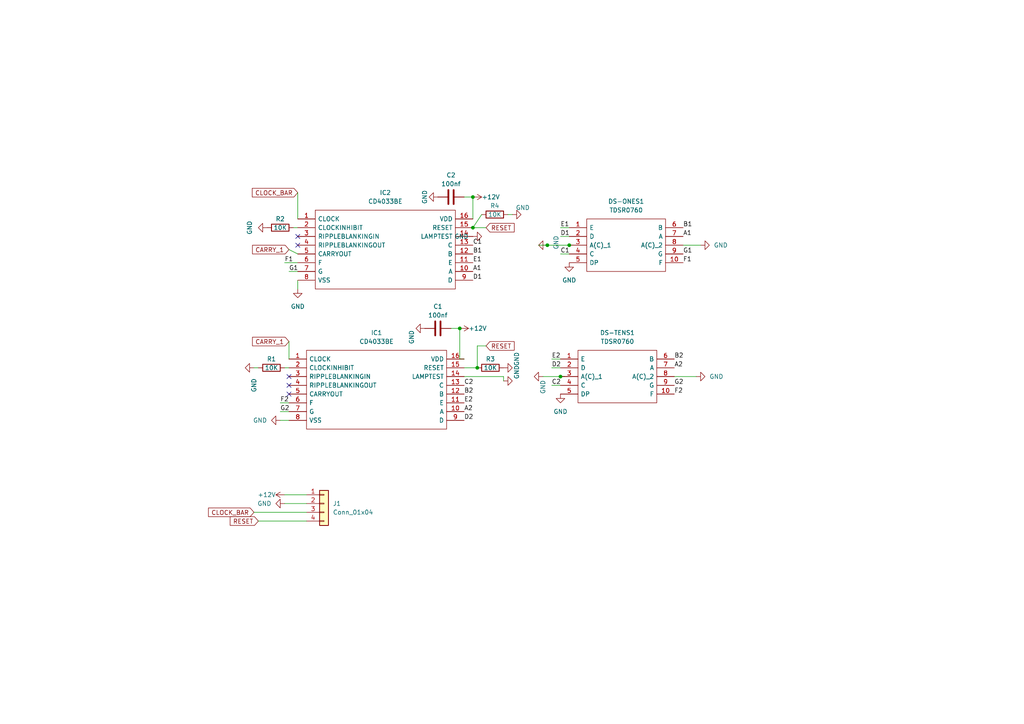
<source format=kicad_sch>
(kicad_sch (version 20211123) (generator eeschema)
  (paper "A4")
  (lib_symbols
    (symbol "4ms_Connector:Conn_01x04" (pin_names (offset 1.016) hide)
      (property "Reference" "J" (at 0 5.08 0))
      (property "Value" "Conn_01x04" (at 0 -7.62 0))
      (symbol "Conn_01x04_1_1"
        (rectangle (start -1.27 -4.953) (end 0 -5.207) (stroke (width 0.1524)))
        (rectangle (start -1.27 -2.413) (end 0 -2.667) (stroke (width 0.1524)))
        (rectangle (start -1.27 0.127) (end 0 -0.127) (stroke (width 0.1524)))
        (rectangle (start -1.27 2.667) (end 0 2.413) (stroke (width 0.1524)))
        (rectangle (start -1.27 3.81) (end 1.27 -6.35) (stroke (width 0.254)) (fill (type background)))
        (pin passive line (at -5.08 2.54 0) (length 3.81) (name "Pin_1") (number "1"))
        (pin passive line (at -5.08 0 0) (length 3.81) (name "Pin_2") (number "2"))
        (pin passive line (at -5.08 -2.54 0) (length 3.81) (name "Pin_3") (number "3"))
        (pin passive line (at -5.08 -5.08 0) (length 3.81) (name "Pin_4") (number "4"))
      )
    )
    (symbol "Device:C" (pin_numbers hide) (pin_names (offset 0.254))
      (property "Reference" "C" (at 0.635 2.54 0))
      (property "Value" "C" (at 0.635 -2.54 0))
      (symbol "C_0_1"
        (polyline (pts (xy -2.032 -0.762) (xy 2.032 -0.762)) (stroke (width 0.508)))
        (polyline (pts (xy -2.032 0.762) (xy 2.032 0.762)) (stroke (width 0.508)))
      )
      (symbol "C_1_1"
        (pin passive line (at 0 3.81 270) (length 2.794) (name "~") (number "1"))
        (pin passive line (at 0 -3.81 90) (length 2.794) (name "~") (number "2"))
      )
    )
    (symbol "Device:R" (pin_numbers hide) (pin_names (offset 0))
      (property "Reference" "R" (at 2.032 0 90))
      (property "Value" "R" (at 0 0 90))
      (symbol "R_0_1"
        (rectangle (start -1.016 -2.54) (end 1.016 2.54) (stroke (width 0.254)))
      )
      (symbol "R_1_1"
        (pin passive line (at 0 3.81 270) (length 1.27) (name "~") (number "1"))
        (pin passive line (at 0 -3.81 90) (length 1.27) (name "~") (number "2"))
      )
    )
    (symbol "SamacSys_Parts:CD4033BE" (pin_names (offset 0.762))
      (property "Reference" "IC" (at 46.99 7.62 0))
      (property "Value" "CD4033BE" (at 46.99 5.08 0))
      (symbol "CD4033BE_0_0"
        (pin input line (at 0 0 0) (length 5.08) (name "CLOCK") (number "1"))
        (pin passive line (at 50.8 -15.24 180) (length 5.08) (name "A") (number "10"))
        (pin passive line (at 50.8 -12.7 180) (length 5.08) (name "E") (number "11"))
        (pin passive line (at 50.8 -10.16 180) (length 5.08) (name "B") (number "12"))
        (pin passive line (at 50.8 -7.62 180) (length 5.08) (name "C") (number "13"))
        (pin passive line (at 50.8 -5.08 180) (length 5.08) (name "LAMPTEST") (number "14"))
        (pin passive line (at 50.8 -2.54 180) (length 5.08) (name "RESET") (number "15"))
        (pin output line (at 50.8 0 180) (length 5.08) (name "VDD") (number "16"))
        (pin input line (at 0 -2.54 0) (length 5.08) (name "CLOCKINHIBIT") (number "2"))
        (pin input line (at 0 -5.08 0) (length 5.08) (name "RIPPLEBLANKINGIN") (number "3"))
        (pin output line (at 0 -7.62 0) (length 5.08) (name "RIPPLEBLANKINGOUT") (number "4"))
        (pin output line (at 0 -10.16 0) (length 5.08) (name "CARRYOUT") (number "5"))
        (pin passive line (at 0 -12.7 0) (length 5.08) (name "F") (number "6"))
        (pin passive line (at 0 -15.24 0) (length 5.08) (name "G") (number "7"))
        (pin power_in line (at 0 -17.78 0) (length 5.08) (name "VSS") (number "8"))
        (pin passive line (at 50.8 -17.78 180) (length 5.08) (name "D") (number "9"))
      )
      (symbol "CD4033BE_0_1"
        (polyline (pts (xy 5.08 2.54) (xy 45.72 2.54) (xy 45.72 -20.32) (xy 5.08 -20.32) (xy 5.08 2.54)) (stroke (width 0.1524)))
      )
    )
    (symbol "SamacSys_Parts:TDSR0760" (pin_names (offset 0.762))
      (property "Reference" "DS" (at 29.21 7.62 0))
      (property "Value" "TDSR0760" (at 29.21 5.08 0))
      (symbol "TDSR0760_0_0"
        (pin passive line (at 0 0 0) (length 5.08) (name "E") (number "1"))
        (pin passive line (at 33.02 -10.16 180) (length 5.08) (name "F") (number "10"))
        (pin passive line (at 0 -2.54 0) (length 5.08) (name "D") (number "2"))
        (pin passive line (at 0 -5.08 0) (length 5.08) (name "A(C)_1") (number "3"))
        (pin passive line (at 0 -7.62 0) (length 5.08) (name "C") (number "4"))
        (pin passive line (at 0 -10.16 0) (length 5.08) (name "DP") (number "5"))
        (pin passive line (at 33.02 0 180) (length 5.08) (name "B") (number "6"))
        (pin passive line (at 33.02 -2.54 180) (length 5.08) (name "A") (number "7"))
        (pin passive line (at 33.02 -5.08 180) (length 5.08) (name "A(C)_2") (number "8"))
        (pin passive line (at 33.02 -7.62 180) (length 5.08) (name "G") (number "9"))
      )
      (symbol "TDSR0760_0_1"
        (polyline (pts (xy 5.08 2.54) (xy 27.94 2.54) (xy 27.94 -12.7) (xy 5.08 -12.7) (xy 5.08 2.54)) (stroke (width 0.1524)))
      )
    )
    (symbol "power:+12V" (power) (pin_names (offset 0))
      (property "Value" "+12V" (at 0 3.556 0))
      (symbol "+12V_0_1"
        (polyline (pts (xy -0.762 1.27) (xy 0 2.54)))
        (polyline (pts (xy 0 0) (xy 0 2.54)))
        (polyline (pts (xy 0 2.54) (xy 0.762 1.27)))
      )
      (symbol "+12V_1_1"
        (pin power_in line (at 0 0 90) (length 0) hide (name "+12V") (number "1"))
      )
    )
    (symbol "power:GND" (power) (pin_names (offset 0))
      (property "Value" "GND" (at 0 -3.81 0))
      (symbol "GND_0_1"
        (polyline (pts (xy 0 0) (xy 0 -1.27) (xy 1.27 -1.27) (xy 0 -2.54) (xy -1.27 -1.27) (xy 0 -1.27)))
      )
      (symbol "GND_1_1"
        (pin power_in line (at 0 0 270) (length 0) hide (name "GND") (number "1"))
      )
    )
  )
  (junction (at 162.56 109.22))
  (junction (at 137.16 66.04))
  (junction (at 133.35 95.25))
  (junction (at 158.75 71.12))
  (junction (at 138.43 106.68))
  (junction (at 165.1 71.12))
  (junction (at 137.16 57.15))
  (no_connect (at 86.36 68.58))
  (no_connect (at 86.36 71.12))
  (no_connect (at 83.82 109.22))
  (no_connect (at 83.82 111.76))
  (no_connect (at 83.82 114.3))
  (wire (pts (xy 158.75 71.12) (xy 165.1 71.12)))
  (wire (pts (xy 86.36 55.88) (xy 86.36 63.5)))
  (wire (pts (xy 81.28 116.84) (xy 83.82 116.84)))
  (wire (pts (xy 82.55 106.68) (xy 83.82 106.68)))
  (wire (pts (xy 157.48 109.22) (xy 162.56 109.22)))
  (wire (pts (xy 85.09 66.04) (xy 86.36 66.04)))
  (wire (pts (xy 138.43 100.33) (xy 138.43 106.68)))
  (wire (pts (xy 160.02 111.76) (xy 162.56 111.76)))
  (wire (pts (xy 137.16 57.15) (xy 137.16 63.5)))
  (wire (pts (xy 83.82 121.92) (xy 81.28 121.92)))
  (wire (pts (xy 86.36 76.2) (xy 82.55 76.2)))
  (wire (pts (xy 133.35 95.25) (xy 133.35 104.14)))
  (wire (pts (xy 160.02 104.14) (xy 162.56 104.14)))
  (wire (pts (xy 130.81 95.25) (xy 133.35 95.25)))
  (wire (pts (xy 162.56 109.22) (xy 163.83 109.22)))
  (wire (pts (xy 83.82 99.06) (xy 83.82 104.14)))
  (wire (pts (xy 201.93 109.22) (xy 195.58 109.22)))
  (wire (pts (xy 86.36 78.74) (xy 83.82 78.74)))
  (wire (pts (xy 156.21 71.12) (xy 158.75 71.12)))
  (wire (pts (xy 73.66 148.59) (xy 88.9 148.59)))
  (wire (pts (xy 138.43 100.33) (xy 140.97 100.33)))
  (wire (pts (xy 140.97 66.04) (xy 137.16 66.04)))
  (wire (pts (xy 160.02 106.68) (xy 162.56 106.68)))
  (wire (pts (xy 88.9 143.51) (xy 82.55 143.51)))
  (wire (pts (xy 162.56 73.66) (xy 165.1 73.66)))
  (wire (pts (xy 83.82 72.39) (xy 86.36 73.66)))
  (wire (pts (xy 165.1 71.12) (xy 166.37 71.12)))
  (wire (pts (xy 162.56 66.04) (xy 165.1 66.04)))
  (wire (pts (xy 86.36 81.28) (xy 86.36 83.82)))
  (wire (pts (xy 134.62 57.15) (xy 137.16 57.15)))
  (wire (pts (xy 134.62 109.22) (xy 146.05 109.22)))
  (wire (pts (xy 147.32 62.23) (xy 148.59 62.23)))
  (wire (pts (xy 88.9 146.05) (xy 82.55 146.05)))
  (wire (pts (xy 73.66 106.68) (xy 74.93 106.68)))
  (wire (pts (xy 146.05 109.22) (xy 146.05 110.49)))
  (wire (pts (xy 138.43 106.68) (xy 134.62 106.68)))
  (wire (pts (xy 162.56 68.58) (xy 165.1 68.58)))
  (wire (pts (xy 203.2 71.12) (xy 198.12 71.12)))
  (wire (pts (xy 133.35 104.14) (xy 134.62 104.14)))
  (wire (pts (xy 81.28 119.38) (xy 83.82 119.38)))
  (wire (pts (xy 139.7 62.23) (xy 137.16 66.04)))
  (wire (pts (xy 74.93 151.13) (xy 88.9 151.13)))
  (label "E1" (at 162.56 66.04 0))
  (label "G1" (at 198.12 73.66 0))
  (label "F2" (at 81.28 116.84 0))
  (label "B1" (at 137.16 73.66 0))
  (label "G2" (at 195.58 111.76 0))
  (label "A1" (at 198.12 68.58 0))
  (label "A1" (at 137.16 78.74 0))
  (label "E1" (at 137.16 76.2 0))
  (label "E2" (at 134.62 116.84 0))
  (label "C1" (at 162.56 73.66 0))
  (label "E2" (at 160.02 104.14 0))
  (label "B1" (at 198.12 66.04 0))
  (label "B2" (at 195.58 104.14 0))
  (label "D2" (at 160.02 106.68 0))
  (label "D1" (at 162.56 68.58 0))
  (label "C2" (at 160.02 111.76 0))
  (label "F1" (at 82.55 76.2 0))
  (label "F1" (at 198.12 76.2 0))
  (label "C2" (at 134.62 111.76 0))
  (label "A2" (at 134.62 119.38 0))
  (label "A2" (at 195.58 106.68 0))
  (label "G1" (at 83.82 78.74 0))
  (label "G2" (at 81.28 119.38 0))
  (label "F2" (at 195.58 114.3 0))
  (label "D2" (at 134.62 121.92 0))
  (label "C1" (at 137.16 71.12 0))
  (label "D1" (at 137.16 81.28 0))
  (label "B2" (at 134.62 114.3 0))
  (global_label "RESET" (shape input) (at 140.97 100.33 0) (property "Intersheet References" "${INTERSHEET_REFS}" (effects hide)))
  (global_label "CLOCK_BAR" (shape input) (at 86.36 55.88 180) (property "Intersheet References" "${INTERSHEET_REFS}" (effects hide)))
  (global_label "RESET" (shape input) (at 140.97 66.04 0) (property "Intersheet References" "${INTERSHEET_REFS}" (effects hide)))
  (global_label "CARRY_1" (shape input) (at 83.82 99.06 180) (property "Intersheet References" "${INTERSHEET_REFS}" (effects hide)))
  (global_label "CLOCK_BAR" (shape input) (at 73.66 148.59 180) (property "Intersheet References" "${INTERSHEET_REFS}" (effects hide)))
  (global_label "CARRY_1" (shape input) (at 83.82 72.39 180) (property "Intersheet References" "${INTERSHEET_REFS}" (effects hide)))
  (global_label "RESET" (shape input) (at 74.93 151.13 180) (property "Intersheet References" "${INTERSHEET_REFS}" (effects hide)))
  (symbol (lib_id "SamacSys_Parts:CD4033BE") (at 83.82 104.14 0) (unit 1)
    (property "Reference" "IC1" (at 109.22 96.52 0))
    (property "Value" "CD4033BE" (at 109.22 99.06 0))
    (property "Footprint" "DIP794W53P254L1930H508Q16N" (effects hide))
    (property "Datasheet" "http://www.ti.com/lit/ds/symlink/cd4033b.pdf" (effects hide))
    (property "Description" "CMOS Decade Counter/Divider with Decoded 7-Segment Display Outputs and Ripple Blanking" (effects hide))
    (property "Height" "5.08" (effects hide))
    (property "Mouser Part Number" "595-CD4033BE" (effects hide))
    (property "Mouser Price/Stock" "https://www.mouser.co.uk/ProductDetail/Texas-Instruments/CD4033BE?qs=3FVjRv9mUZ8rpHZqAc%252BFuA%3D%3D" (effects hide))
    (property "Manufacturer_Name" "Texas Instruments" (effects hide))
    (property "Manufacturer_Part_Number" "CD4033BE" (effects hide))
  )
  (symbol (lib_id "SamacSys_Parts:CD4033BE") (at 86.36 63.5 0) (unit 1)
    (property "Reference" "IC2" (at 111.76 55.88 0))
    (property "Value" "CD4033BE" (at 111.76 58.42 0))
    (property "Footprint" "DIP794W53P254L1930H508Q16N" (effects hide))
    (property "Datasheet" "http://www.ti.com/lit/ds/symlink/cd4033b.pdf" (effects hide))
    (property "Description" "CMOS Decade Counter/Divider with Decoded 7-Segment Display Outputs and Ripple Blanking" (effects hide))
    (property "Height" "5.08" (effects hide))
    (property "Mouser Part Number" "595-CD4033BE" (effects hide))
    (property "Mouser Price/Stock" "https://www.mouser.co.uk/ProductDetail/Texas-Instruments/CD4033BE?qs=3FVjRv9mUZ8rpHZqAc%252BFuA%3D%3D" (effects hide))
    (property "Manufacturer_Name" "Texas Instruments" (effects hide))
    (property "Manufacturer_Part_Number" "CD4033BE" (effects hide))
  )
  (symbol (lib_id "SamacSys_Parts:TDSR0760") (at 165.1 66.04 0) (unit 1)
    (property "Reference" "DS-ONES1" (at 181.61 58.42 0))
    (property "Value" "TDSR0760" (at 181.61 60.96 0))
    (property "Footprint" "TDSR0760:TDSR0760" (effects hide))
    (property "Datasheet" "https://www.vishay.com/docs/81163/tdsr0750.pdf" (effects hide))
    (property "Description" "Display Segmented 1DIGIT 8LED Hi-Int Red" (effects hide))
    (property "Height" "7.2" (effects hide))
    (property "Mouser Part Number" "78-TDSR0760" (effects hide))
    (property "Mouser Price/Stock" "https://www.mouser.co.uk/ProductDetail/Vishay-Semiconductors/TDSR0760?qs=RzxYCzJDjPUsfuITQhx9uw%3D%3D" (effects hide))
    (property "Manufacturer_Name" "Vishay" (effects hide))
    (property "Manufacturer_Part_Number" "TDSR0760" (effects hide))
  )
  (symbol (lib_id "power:GND") (at 165.1 76.2 0) (unit 1)
    (property "Reference" "#PWR016" (effects hide))
    (property "Value" "GND" (at 165.1 81.28 0))
  )
  (symbol (lib_id "power:GND") (at 123.19 95.25 270) (unit 1)
    (property "Reference" "#PWR05" (effects hide))
    (property "Value" "GND" (at 119.38 97.79 0))
  )
  (symbol (lib_id "power:GND") (at 146.05 110.49 90) (unit 1)
    (property "Reference" "#PWR011" (effects hide))
    (property "Value" "GND" (at 149.86 107.95 0))
  )
  (symbol (lib_id "4ms_Connector:Conn_01x04") (at 93.98 146.05 0) (unit 1)
    (property "Reference" "J1" (at 96.52 146.0499 0) (effects (justify left)))
    (property "Value" "Conn_01x04" (at 96.52 148.5899 0) (effects (justify left)))
    (property "Footprint" "4ms_Connector:Pins_1x04_2.54mm_TH_SWD" (effects hide))
    (property "Specifications" "HEADER 1x4 MALE PINS 0.100” 180deg" (effects hide))
    (property "Manufacturer" "TAD" (effects hide))
    (property "Part Number" "1-0401FBV0T" (effects hide))
  )
  (symbol (lib_id "power:GND") (at 77.47 66.04 270) (unit 1)
    (property "Reference" "#PWR02" (effects hide))
    (property "Value" "GND" (at 72.39 66.04 0))
  )
  (symbol (lib_id "power:GND") (at 157.48 109.22 270) (unit 1)
    (property "Reference" "#PWR013" (effects hide))
    (property "Value" "GND" (at 157.48 114.3 0) (effects (justify right)))
  )
  (symbol (lib_id "power:GND") (at 81.28 121.92 270) (unit 1)
    (property "Reference" "#PWR03" (effects hide))
    (property "Value" "GND" (at 77.47 121.9199 90) (effects (justify right)))
  )
  (symbol (lib_id "power:+12V") (at 133.35 95.25 270) (unit 1)
    (property "Reference" "#PWR07" (effects hide))
    (property "Value" "+12V" (at 135.89 95.25 90) (effects (justify left)))
  )
  (symbol (lib_id "Device:R") (at 142.24 106.68 270) (unit 1)
    (property "Reference" "R3" (at 142.24 104.14 90))
    (property "Value" "10K" (at 142.24 106.68 90))
    (property "Footprint" "Resistor_SMD:R_0402_1005Metric" (effects hide))
    (property "LCSC" "C25744" (effects hide))
    (property "Manufacturer_Part_Number" "C25744" (effects hide))
  )
  (symbol (lib_id "power:+12V") (at 82.55 143.51 90) (unit 1)
    (property "Reference" "#PWR0102" (effects hide))
    (property "Value" "+12V" (at 80.01 143.51 90) (effects (justify left)))
  )
  (symbol (lib_id "Device:R") (at 143.51 62.23 270) (unit 1)
    (property "Reference" "R4" (at 143.51 59.69 90))
    (property "Value" "10K" (at 143.51 62.23 90))
    (property "Footprint" "Resistor_SMD:R_0402_1005Metric" (effects hide))
    (property "LCSC" "C25744" (effects hide))
    (property "Manufacturer_Part_Number" "C25744" (effects hide))
  )
  (symbol (lib_id "power:GND") (at 158.75 71.12 270) (unit 1)
    (property "Reference" "#PWR014" (effects hide))
    (property "Value" "GND" (at 161.29 72.39 0) (effects (justify right)))
  )
  (symbol (lib_id "SamacSys_Parts:TDSR0760") (at 162.56 104.14 0) (unit 1)
    (property "Reference" "DS-TENS1" (at 179.07 96.52 0))
    (property "Value" "TDSR0760" (at 179.07 99.06 0))
    (property "Footprint" "TDSR0760:TDSR0760" (effects hide))
    (property "Datasheet" "https://www.vishay.com/docs/81163/tdsr0750.pdf" (effects hide))
    (property "Description" "Display Segmented 1DIGIT 8LED Hi-Int Red" (effects hide))
    (property "Height" "7.2" (effects hide))
    (property "Mouser Part Number" "78-TDSR0760" (effects hide))
    (property "Mouser Price/Stock" "https://www.mouser.co.uk/ProductDetail/Vishay-Semiconductors/TDSR0760?qs=RzxYCzJDjPUsfuITQhx9uw%3D%3D" (effects hide))
    (property "Manufacturer_Name" "Vishay" (effects hide))
    (property "Manufacturer_Part_Number" "TDSR0760" (effects hide))
  )
  (symbol (lib_id "power:GND") (at 86.36 83.82 0) (unit 1)
    (property "Reference" "#PWR04" (effects hide))
    (property "Value" "GND" (at 86.36 88.9 0))
  )
  (symbol (lib_id "power:GND") (at 162.56 114.3 0) (unit 1)
    (property "Reference" "#PWR015" (effects hide))
    (property "Value" "GND" (at 162.56 119.38 0))
  )
  (symbol (lib_id "power:+12V") (at 137.16 57.15 270) (unit 1)
    (property "Reference" "#PWR08" (effects hide))
    (property "Value" "+12V" (at 139.7 57.15 90) (effects (justify left)))
  )
  (symbol (lib_id "power:GND") (at 82.55 146.05 270) (unit 1)
    (property "Reference" "#PWR0101" (effects hide))
    (property "Value" "GND" (at 78.74 146.0499 90) (effects (justify right)))
  )
  (symbol (lib_id "Device:R") (at 81.28 66.04 270) (unit 1)
    (property "Reference" "R2" (at 81.28 63.5 90))
    (property "Value" "10K" (at 81.28 66.04 90))
    (property "Footprint" "Resistor_SMD:R_0402_1005Metric" (effects hide))
    (property "LCSC" "C25744" (effects hide))
    (property "Manufacturer_Part_Number" "C25744" (effects hide))
  )
  (symbol (lib_id "power:GND") (at 127 57.15 270) (unit 1)
    (property "Reference" "#PWR06" (effects hide))
    (property "Value" "GND" (at 123.19 57.15 0))
  )
  (symbol (lib_id "power:GND") (at 201.93 109.22 90) (unit 1)
    (property "Reference" "#PWR017" (effects hide))
    (property "Value" "GND" (at 205.74 109.22 90) (effects (justify right)))
  )
  (symbol (lib_id "power:GND") (at 73.66 106.68 270) (unit 1)
    (property "Reference" "#PWR01" (effects hide))
    (property "Value" "GND" (at 73.66 111.76 0))
  )
  (symbol (lib_id "power:GND") (at 203.2 71.12 90) (unit 1)
    (property "Reference" "#PWR018" (effects hide))
    (property "Value" "GND" (at 207.01 71.1199 90) (effects (justify right)))
  )
  (symbol (lib_id "Device:C") (at 130.81 57.15 90) (unit 1)
    (property "Reference" "C2" (at 130.81 50.8 90))
    (property "Value" "100nf" (at 130.81 53.34 90))
    (property "Footprint" "Capacitor_SMD:C_0402_1005Metric" (effects hide))
    (property "LCSC" "C1525" (effects hide))
    (property "Manufacturer_Part_Number" "C1525" (effects hide))
  )
  (symbol (lib_id "Device:R") (at 78.74 106.68 270) (unit 1)
    (property "Reference" "R1" (at 78.74 104.14 90))
    (property "Value" "10K" (at 78.74 106.68 90))
    (property "Footprint" "Resistor_SMD:R_0402_1005Metric" (effects hide))
    (property "LCSC" "C25744" (effects hide))
    (property "Manufacturer_Part_Number" "C25744" (effects hide))
  )
  (symbol (lib_id "power:GND") (at 146.05 106.68 90) (unit 1)
    (property "Reference" "#PWR010" (effects hide))
    (property "Value" "GND" (at 149.86 104.14 0))
  )
  (symbol (lib_id "Device:C") (at 127 95.25 90) (unit 1)
    (property "Reference" "C1" (at 127 88.9 90))
    (property "Value" "100nf" (at 127 91.44 90))
    (property "Footprint" "Capacitor_SMD:C_0402_1005Metric" (effects hide))
    (property "LCSC" "C1525" (effects hide))
    (property "Manufacturer_Part_Number" "C1525" (effects hide))
  )
  (symbol (lib_id "power:GND") (at 148.59 62.23 90) (unit 1)
    (property "Reference" "#PWR012" (effects hide))
    (property "Value" "GND" (at 153.67 60.96 90) (effects (justify left top)))
  )
  (symbol (lib_id "power:GND") (at 137.16 68.58 90) (unit 1)
    (property "Reference" "#PWR09" (effects hide))
    (property "Value" "GND" (at 135.89 68.5801 90) (effects (justify left)))
  )
)
</source>
